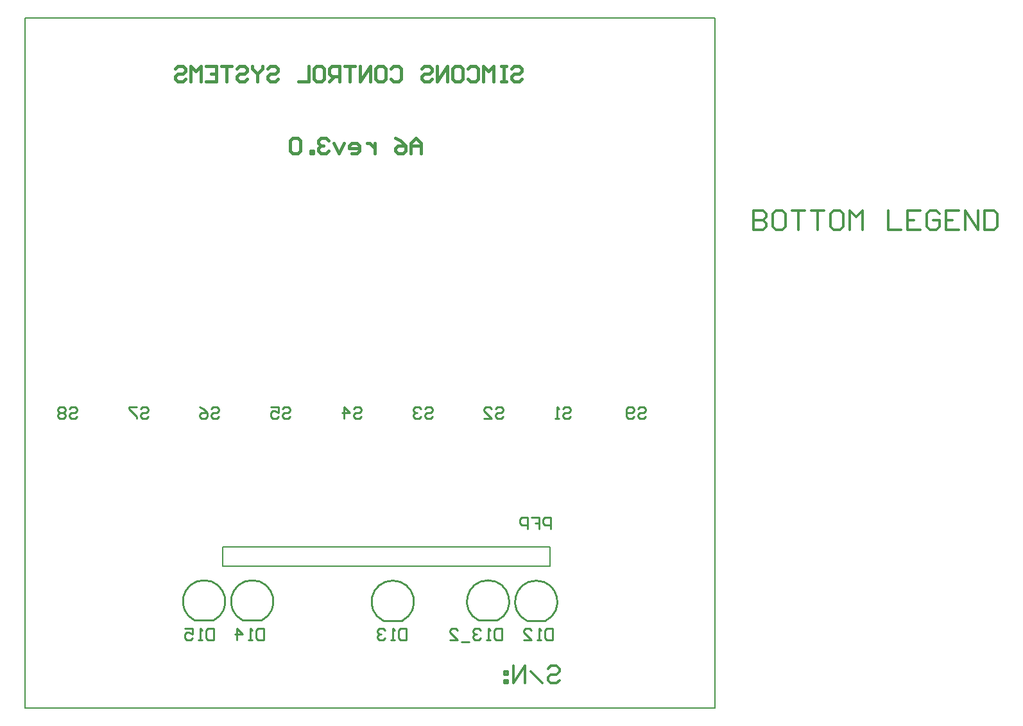
<source format=gbo>
%FSLAX25Y25*%
%MOIN*%
G70*
G01*
G75*
G04 Layer_Color=32896*
%ADD10C,0.06693*%
%ADD11C,0.06000*%
%ADD12C,0.03600*%
%ADD13C,0.00800*%
%ADD14C,0.00787*%
%ADD15C,0.01575*%
%ADD16C,0.01400*%
%ADD17O,0.09000X0.07500*%
%ADD18O,0.07500X0.09000*%
%ADD19R,0.07500X0.09000*%
%ADD20C,0.11811*%
%ADD21C,0.19685*%
%ADD22C,0.12598*%
%ADD23C,0.08000*%
%ADD24C,0.07500*%
%ADD25C,0.11811*%
%ADD26C,0.02500*%
%ADD27C,0.02800*%
%ADD28C,0.01600*%
%ADD29C,0.07480*%
%ADD30O,0.09800X0.08300*%
%ADD31O,0.08300X0.09800*%
%ADD32R,0.08300X0.09800*%
%ADD33C,0.12611*%
%ADD34C,0.20485*%
%ADD35C,0.13398*%
%ADD36C,0.08800*%
%ADD37C,0.08300*%
%ADD38C,0.01000*%
%ADD39C,0.01200*%
D13*
X372047Y362205D02*
Y720472D01*
X730315D01*
Y362205D02*
Y720472D01*
X372047Y362205D02*
X730315D01*
D14*
X474685Y435945D02*
Y445945D01*
Y435945D02*
X644685D01*
Y445945D01*
X637185D02*
X644685D01*
X474685D02*
X637185D01*
D16*
X750374Y620603D02*
Y610606D01*
X755372D01*
X757038Y612272D01*
Y613939D01*
X755372Y615605D01*
X750374D01*
X755372D01*
X757038Y617271D01*
Y618937D01*
X755372Y620603D01*
X750374D01*
X765369D02*
X762037D01*
X760371Y618937D01*
Y612272D01*
X762037Y610606D01*
X765369D01*
X767035Y612272D01*
Y618937D01*
X765369Y620603D01*
X770368D02*
X777032D01*
X773700D01*
Y610606D01*
X780364Y620603D02*
X787029D01*
X783697D01*
Y610606D01*
X795360Y620603D02*
X792027D01*
X790361Y618937D01*
Y612272D01*
X792027Y610606D01*
X795360D01*
X797026Y612272D01*
Y618937D01*
X795360Y620603D01*
X800358Y610606D02*
Y620603D01*
X803690Y617271D01*
X807022Y620603D01*
Y610606D01*
X820351Y620603D02*
Y610606D01*
X827016D01*
X837013Y620603D02*
X830348D01*
Y610606D01*
X837013D01*
X830348Y615605D02*
X833680D01*
X847009Y618937D02*
X845343Y620603D01*
X842011D01*
X840345Y618937D01*
Y612272D01*
X842011Y610606D01*
X845343D01*
X847009Y612272D01*
Y615605D01*
X843677D01*
X857006Y620603D02*
X850342D01*
Y610606D01*
X857006D01*
X850342Y615605D02*
X853674D01*
X860338Y610606D02*
Y620603D01*
X867003Y610606D01*
Y620603D01*
X870335D02*
Y610606D01*
X875334D01*
X877000Y612272D01*
Y618937D01*
X875334Y620603D01*
X870335D01*
D28*
X577500Y650000D02*
Y655332D01*
X574834Y657997D01*
X572168Y655332D01*
Y650000D01*
Y653999D01*
X577500D01*
X564171Y657997D02*
X566837Y656665D01*
X569503Y653999D01*
Y651333D01*
X568170Y650000D01*
X565504D01*
X564171Y651333D01*
Y652666D01*
X565504Y653999D01*
X569503D01*
X553508Y655332D02*
Y650000D01*
Y652666D01*
X552175Y653999D01*
X550842Y655332D01*
X549509D01*
X541512Y650000D02*
X544177D01*
X545510Y651333D01*
Y653999D01*
X544177Y655332D01*
X541512D01*
X540179Y653999D01*
Y652666D01*
X545510D01*
X537513Y655332D02*
X534847Y650000D01*
X532181Y655332D01*
X529516Y656665D02*
X528183Y657997D01*
X525517D01*
X524184Y656665D01*
Y655332D01*
X525517Y653999D01*
X526850D01*
X525517D01*
X524184Y652666D01*
Y651333D01*
X525517Y650000D01*
X528183D01*
X529516Y651333D01*
X521518Y650000D02*
Y651333D01*
X520185D01*
Y650000D01*
X521518D01*
X514854Y656665D02*
X513521Y657997D01*
X510855D01*
X509522Y656665D01*
Y651333D01*
X510855Y650000D01*
X513521D01*
X514854Y651333D01*
Y656665D01*
X624668Y694165D02*
X626001Y695497D01*
X628667D01*
X630000Y694165D01*
Y692832D01*
X628667Y691499D01*
X626001D01*
X624668Y690166D01*
Y688833D01*
X626001Y687500D01*
X628667D01*
X630000Y688833D01*
X622003Y695497D02*
X619337D01*
X620670D01*
Y687500D01*
X622003D01*
X619337D01*
X615338D02*
Y695497D01*
X612672Y692832D01*
X610007Y695497D01*
Y687500D01*
X602009Y694165D02*
X603342Y695497D01*
X606008D01*
X607341Y694165D01*
Y688833D01*
X606008Y687500D01*
X603342D01*
X602009Y688833D01*
X595344Y695497D02*
X598010D01*
X599343Y694165D01*
Y688833D01*
X598010Y687500D01*
X595344D01*
X594012Y688833D01*
Y694165D01*
X595344Y695497D01*
X591346Y687500D02*
Y695497D01*
X586014Y687500D01*
Y695497D01*
X578017Y694165D02*
X579350Y695497D01*
X582016D01*
X583348Y694165D01*
Y692832D01*
X582016Y691499D01*
X579350D01*
X578017Y690166D01*
Y688833D01*
X579350Y687500D01*
X582016D01*
X583348Y688833D01*
X562022Y694165D02*
X563355Y695497D01*
X566021D01*
X567354Y694165D01*
Y688833D01*
X566021Y687500D01*
X563355D01*
X562022Y688833D01*
X555358Y695497D02*
X558023D01*
X559356Y694165D01*
Y688833D01*
X558023Y687500D01*
X555358D01*
X554025Y688833D01*
Y694165D01*
X555358Y695497D01*
X551359Y687500D02*
Y695497D01*
X546027Y687500D01*
Y695497D01*
X543361D02*
X538030D01*
X540696D01*
Y687500D01*
X535364D02*
Y695497D01*
X531365D01*
X530032Y694165D01*
Y691499D01*
X531365Y690166D01*
X535364D01*
X532698D02*
X530032Y687500D01*
X523368Y695497D02*
X526034D01*
X527367Y694165D01*
Y688833D01*
X526034Y687500D01*
X523368D01*
X522035Y688833D01*
Y694165D01*
X523368Y695497D01*
X519369D02*
Y687500D01*
X514038D01*
X498043Y694165D02*
X499376Y695497D01*
X502041D01*
X503374Y694165D01*
Y692832D01*
X502041Y691499D01*
X499376D01*
X498043Y690166D01*
Y688833D01*
X499376Y687500D01*
X502041D01*
X503374Y688833D01*
X495377Y695497D02*
Y694165D01*
X492711Y691499D01*
X490045Y694165D01*
Y695497D01*
X492711Y691499D02*
Y687500D01*
X482048Y694165D02*
X483381Y695497D01*
X486047D01*
X487380Y694165D01*
Y692832D01*
X486047Y691499D01*
X483381D01*
X482048Y690166D01*
Y688833D01*
X483381Y687500D01*
X486047D01*
X487380Y688833D01*
X479382Y695497D02*
X474051D01*
X476716D01*
Y687500D01*
X466053Y695497D02*
X471385D01*
Y687500D01*
X466053D01*
X471385Y691499D02*
X468719D01*
X463387Y687500D02*
Y695497D01*
X460721Y692832D01*
X458056Y695497D01*
Y687500D01*
X450058Y694165D02*
X451391Y695497D01*
X454057D01*
X455390Y694165D01*
Y692832D01*
X454057Y691499D01*
X451391D01*
X450058Y690166D01*
Y688833D01*
X451391Y687500D01*
X454057D01*
X455390Y688833D01*
D38*
X617419Y407661D02*
G03*
X607581Y407661I-4919J9839D01*
G01*
X469919D02*
G03*
X460081Y407661I-4919J9839D01*
G01*
X494919D02*
G03*
X485081Y407661I-4919J9839D01*
G01*
X567911Y407484D02*
G03*
X558073Y407484I-4919J9839D01*
G01*
X642419Y407484D02*
G03*
X632581Y407484I-4919J9839D01*
G01*
X607581Y407661D02*
X617419D01*
X460081D02*
X469919D01*
X485081D02*
X494919D01*
X558073Y407484D02*
X567911D01*
X632581Y407484D02*
X642419D01*
X619500Y403498D02*
Y397500D01*
X616501D01*
X615501Y398500D01*
Y402498D01*
X616501Y403498D01*
X619500D01*
X613502Y397500D02*
X611503D01*
X612502D01*
Y403498D01*
X613502Y402498D01*
X608504D02*
X607504Y403498D01*
X605505D01*
X604505Y402498D01*
Y401499D01*
X605505Y400499D01*
X606504D01*
X605505D01*
X604505Y399499D01*
Y398500D01*
X605505Y397500D01*
X607504D01*
X608504Y398500D01*
X602505Y396500D02*
X598507D01*
X592509Y397500D02*
X596507D01*
X592509Y401499D01*
Y402498D01*
X593508Y403498D01*
X595508D01*
X596507Y402498D01*
X690301Y517598D02*
X691301Y518598D01*
X693300D01*
X694300Y517598D01*
Y516599D01*
X693300Y515599D01*
X691301D01*
X690301Y514599D01*
Y513600D01*
X691301Y512600D01*
X693300D01*
X694300Y513600D01*
X688302D02*
X687302Y512600D01*
X685303D01*
X684303Y513600D01*
Y517598D01*
X685303Y518598D01*
X687302D01*
X688302Y517598D01*
Y516599D01*
X687302Y515599D01*
X684303D01*
X395001Y517598D02*
X396001Y518598D01*
X398000D01*
X399000Y517598D01*
Y516599D01*
X398000Y515599D01*
X396001D01*
X395001Y514599D01*
Y513600D01*
X396001Y512600D01*
X398000D01*
X399000Y513600D01*
X393002Y517598D02*
X392002Y518598D01*
X390003D01*
X389003Y517598D01*
Y516599D01*
X390003Y515599D01*
X389003Y514599D01*
Y513600D01*
X390003Y512600D01*
X392002D01*
X393002Y513600D01*
Y514599D01*
X392002Y515599D01*
X393002Y516599D01*
Y517598D01*
X392002Y515599D02*
X390003D01*
X431901Y517598D02*
X432901Y518598D01*
X434900D01*
X435900Y517598D01*
Y516599D01*
X434900Y515599D01*
X432901D01*
X431901Y514599D01*
Y513600D01*
X432901Y512600D01*
X434900D01*
X435900Y513600D01*
X429902Y518598D02*
X425903D01*
Y517598D01*
X429902Y513600D01*
Y512600D01*
X468801Y517598D02*
X469801Y518598D01*
X471800D01*
X472800Y517598D01*
Y516599D01*
X471800Y515599D01*
X469801D01*
X468801Y514599D01*
Y513600D01*
X469801Y512600D01*
X471800D01*
X472800Y513600D01*
X462803Y518598D02*
X464803Y517598D01*
X466802Y515599D01*
Y513600D01*
X465802Y512600D01*
X463803D01*
X462803Y513600D01*
Y514599D01*
X463803Y515599D01*
X466802D01*
X505701Y517598D02*
X506701Y518598D01*
X508700D01*
X509700Y517598D01*
Y516599D01*
X508700Y515599D01*
X506701D01*
X505701Y514599D01*
Y513600D01*
X506701Y512600D01*
X508700D01*
X509700Y513600D01*
X499703Y518598D02*
X503702D01*
Y515599D01*
X501703Y516599D01*
X500703D01*
X499703Y515599D01*
Y513600D01*
X500703Y512600D01*
X502702D01*
X503702Y513600D01*
X542601Y517598D02*
X543601Y518598D01*
X545600D01*
X546600Y517598D01*
Y516599D01*
X545600Y515599D01*
X543601D01*
X542601Y514599D01*
Y513600D01*
X543601Y512600D01*
X545600D01*
X546600Y513600D01*
X537603Y512600D02*
Y518598D01*
X540602Y515599D01*
X536603D01*
X579501Y517598D02*
X580501Y518598D01*
X582500D01*
X583500Y517598D01*
Y516599D01*
X582500Y515599D01*
X580501D01*
X579501Y514599D01*
Y513600D01*
X580501Y512600D01*
X582500D01*
X583500Y513600D01*
X577502Y517598D02*
X576502Y518598D01*
X574503D01*
X573503Y517598D01*
Y516599D01*
X574503Y515599D01*
X575503D01*
X574503D01*
X573503Y514599D01*
Y513600D01*
X574503Y512600D01*
X576502D01*
X577502Y513600D01*
X616401Y517598D02*
X617401Y518598D01*
X619400D01*
X620400Y517598D01*
Y516599D01*
X619400Y515599D01*
X617401D01*
X616401Y514599D01*
Y513600D01*
X617401Y512600D01*
X619400D01*
X620400Y513600D01*
X610403Y512600D02*
X614402D01*
X610403Y516599D01*
Y517598D01*
X611403Y518598D01*
X613402D01*
X614402Y517598D01*
X651401D02*
X652401Y518598D01*
X654400D01*
X655400Y517598D01*
Y516599D01*
X654400Y515599D01*
X652401D01*
X651401Y514599D01*
Y513600D01*
X652401Y512600D01*
X654400D01*
X655400Y513600D01*
X649402Y512600D02*
X647403D01*
X648402D01*
Y518598D01*
X649402Y517598D01*
X646000Y403498D02*
Y397500D01*
X643001D01*
X642001Y398500D01*
Y402498D01*
X643001Y403498D01*
X646000D01*
X640002Y397500D02*
X638003D01*
X639002D01*
Y403498D01*
X640002Y402498D01*
X631005Y397500D02*
X635004D01*
X631005Y401499D01*
Y402498D01*
X632004Y403498D01*
X634004D01*
X635004Y402498D01*
X570000Y403498D02*
Y397500D01*
X567001D01*
X566001Y398500D01*
Y402498D01*
X567001Y403498D01*
X570000D01*
X564002Y397500D02*
X562003D01*
X563002D01*
Y403498D01*
X564002Y402498D01*
X559004D02*
X558004Y403498D01*
X556004D01*
X555005Y402498D01*
Y401499D01*
X556004Y400499D01*
X557004D01*
X556004D01*
X555005Y399499D01*
Y398500D01*
X556004Y397500D01*
X558004D01*
X559004Y398500D01*
X496000Y403498D02*
Y397500D01*
X493001D01*
X492001Y398500D01*
Y402498D01*
X493001Y403498D01*
X496000D01*
X490002Y397500D02*
X488003D01*
X489002D01*
Y403498D01*
X490002Y402498D01*
X482004Y397500D02*
Y403498D01*
X485004Y400499D01*
X481005D01*
X470000Y403498D02*
Y397500D01*
X467001D01*
X466001Y398500D01*
Y402498D01*
X467001Y403498D01*
X470000D01*
X464002Y397500D02*
X462003D01*
X463002D01*
Y403498D01*
X464002Y402498D01*
X455005Y403498D02*
X459004D01*
Y400499D01*
X457004Y401499D01*
X456004D01*
X455005Y400499D01*
Y398500D01*
X456004Y397500D01*
X458004D01*
X459004Y398500D01*
X645000Y455000D02*
Y460998D01*
X642001D01*
X641001Y459998D01*
Y457999D01*
X642001Y456999D01*
X645000D01*
X635003Y460998D02*
X639002D01*
Y457999D01*
X637003D01*
X639002D01*
Y455000D01*
X633004D02*
Y460998D01*
X630005D01*
X629005Y459998D01*
Y457999D01*
X630005Y456999D01*
X633004D01*
D39*
X643502Y382498D02*
X645002Y383997D01*
X648000D01*
X649500Y382498D01*
Y380998D01*
X648000Y379499D01*
X645002D01*
X643502Y377999D01*
Y376500D01*
X645002Y375000D01*
X648000D01*
X649500Y376500D01*
X640503Y375000D02*
X634505Y380998D01*
X631506Y375000D02*
Y383997D01*
X625508Y375000D01*
Y383997D01*
X622509Y380998D02*
X621009D01*
Y379499D01*
X622509D01*
Y380998D01*
Y376500D02*
X621009D01*
Y375000D01*
X622509D01*
Y376500D01*
M02*

</source>
